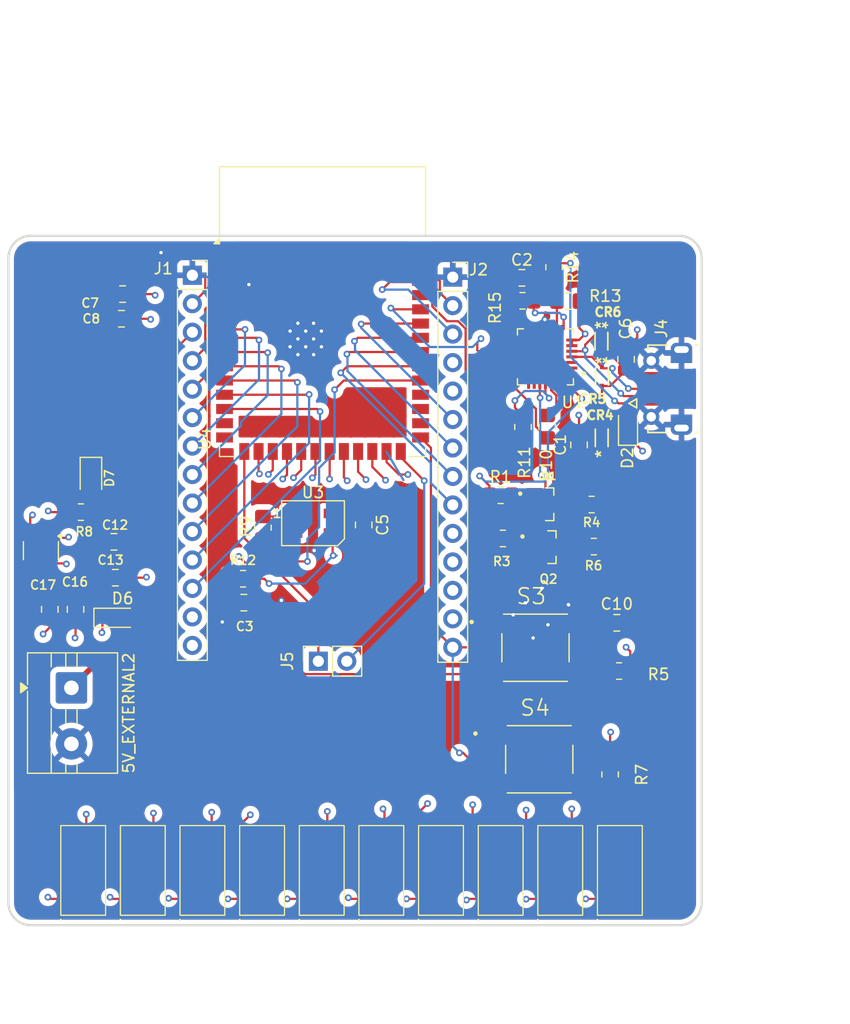
<source format=kicad_pcb>
(kicad_pcb (version 20241229) (generator "pcbnew") (generator_version "9.0")
  (title_block (title "WS2812B_DRIVER") (date "2025-07-24") (rev "1"))
  (layers (0 "F.Cu" signal) (4 "In1.Cu" signal) (6 "In2.Cu" signal) (2 "B.Cu" signal) (13 "F.Paste" user) (15 "B.Paste" user) (5 "F.SilkS" user "F.Silkscreen") (7 "B.SilkS" user "B.Silkscreen") (1 "F.Mask" user) (3 "B.Mask" user) (25 "Edge.Cuts" user))
  (net 0 "")
  (net 1 "Net-(5V_EXTERNAL2-Pin_1)")
  (net 2 "GND")
  (net 3 "3V3")
  (net 4 "Net-(U1-VBUS)")
  (net 5 "/CHIP_PU")
  (net 6 "Net-(C6-Pad2)")
  (net 7 "+5V")
  (net 8 "/VBUS")
  (net 9 "/USB_DP")
  (net 10 "/USB_DN")
  (net 11 "Net-(D7-A)")
  (net 12 "/GPIO4")
  (net 14 "/GPIO6")
  (net 15 "/GPIO5")
  (net 16 "/GPIO15")
  (net 17 "/GPIO8")
  (net 19 "/GPIO17")
  (net 20 "/GPIO16")
  (net 21 "/GPIO7")
  (net 22 "/GPIO18")
  (net 25 "/GPIO40")
  (net 26 "/GPIO39")
  (net 27 "/GPIO2")
  (net 28 "/GPIO1")
  (net 29 "/GPIO0")
  (net 30 "/GPIO41")
  (net 32 "/GPIO38")
  (net 34 "/GPIO42")
  (net 37 "/GPIO3")
  (net 38 "/GPIO45")
  (net 39 "Net-(Q1-Pad1)")
  (net 40 "/RTS")
  (net 41 "Net-(Q1-Pad3)")
  (net 42 "Net-(Q2-Pad3)")
  (net 43 "Net-(Q2-Pad1)")
  (net 44 "/DTR")
  (net 45 "Net-(U3-DIN)")
  (net 46 "/U0RXD")
  (net 47 "Net-(U1-TXD)")
  (net 48 "Net-(U1-RXD)")
  (net 49 "/U0TXD")
  (net 50 "Net-(U1-~{RST})")
  (net 51 "/RXT")
  (net 66 "/TXT")
  (net 67 "/GPIO46")
  (net 69 "/GPIO14")
  (net 70 "/GPIO9")
  (net 73 "/GPIO11")
  (net 75 "/GPIO48")
  (net 76 "/GPIO12")
  (net 77 "/GPIO47")
  (net 78 "/GPIO10")
  (net 79 "/GPIO13")
  (net 80 "/GPIO21")
  (footprint "Resistor_SMD:R_0805_2012Metric_Pad1.20x1.40mm_HandSolder" (layer "F.Cu") (at 137.65 70.925 -90)
    (property "Reference" "R10")
    (property "Value" "100 ohm")
  )
  (footprint "MyFootprints:MOLEX_1050170001" (layer "F.Cu") (at 151.1 67.55 90)
    (property "Reference" "J4")
    (property "Value" "1050170001")
  )
  (footprint "MyFootprints:Three_pad_solder" (layer "F.Cu") (at 96.225 110.51 90)
    (property "Reference" "U2" (hide yes))
    (property "Value" "WS2812B")
  )
  (footprint "RF_Module:ESP32-S3-WROOM-1" (layer "F.Cu") (at 117.6 60.64)
    (property "Reference" "U4")
    (property "Value" "ESP32-S3-WROOM-1")
  )
  (footprint "MyFootprints:Three_pad_solder" (layer "F.Cu") (at 117.525 110.51 90)
    (property "Reference" "U8" (hide yes))
    (property "Value" "WS2812B")
  )
  (footprint "Capacitor_SMD:C_0805_2012Metric" (layer "F.Cu") (at 143.875 88.425)
    (property "Reference" "C10")
    (property "Value" "1uF")
  )
  (footprint "MyFootprints:CR_5.0CT1G_UMW" (layer "F.Cu") (at 142.5 63.2993 -90)
    (property "Reference" "CR6" (hide yes))
    (property "Value" "LESD5D5.0CT1G")
  )
  (footprint "Capacitor_SMD:C_0805_2012Metric" (layer "F.Cu") (at 110.575 86.625)
    (property "Reference" "C3")
    (property "Value" "1uF")
  )
  (footprint "Capacitor_SMD:C_0805_2012Metric" (layer "F.Cu") (at 99.75 59.1 180)
    (property "Reference" "C7")
    (property "Value" "0.1uF/50V(10%)")
  )
  (footprint "Connector_PinSocket_2.54mm:PinSocket_1x14_P2.54mm_Vertical" (layer "F.Cu") (at 105.975 57.42)
    (property "Reference" "J1")
    (property "Value" "Conn_01x14")
  )
  (footprint "MyFootprints:Three_pad_solder" (layer "F.Cu") (at 122.85 110.51 90)
    (property "Reference" "U10" (hide yes))
    (property "Value" "WS2812B")
  )
  (footprint "MyFootprints:Three_pad_solder" (layer "F.Cu") (at 128.175 110.51 90)
    (property "Reference" "U11" (hide yes))
    (property "Value" "WS2812B")
  )
  (footprint "Package_TO_SOT_SMD:SOT-23-5" (layer "F.Cu") (at 92.45 81.9875 -90)
    (property "Reference" "U9" (hide yes))
    (property "Value" "AP2112K-3.3")
  )
  (footprint "Capacitor_SMD:C_0805_2012Metric" (layer "F.Cu") (at 99.65 61.3)
    (property "Reference" "C8")
    (property "Value" "10uF/25V(20%)")
  )
  (footprint "Capacitor_SMD:C_0805_2012Metric" (layer "F.Cu") (at 99.1 84.4)
    (property "Reference" "C13")
    (property "Value" "1uF")
  )
  (footprint "Resistor_SMD:R_0805_2012Metric_Pad1.20x1.40mm_HandSolder" (layer "F.Cu") (at 96.02 78.55)
    (property "Reference" "R8")
    (property "Value" "220")
  )
  (footprint "MyFootprints:SW_PTS645SK43SMTR92LFS" (layer "F.Cu") (at 136.95 100.6)
    (property "Reference" "S4")
    (property "Value" "PTS645SK43SMTR92LFS")
  )
  (footprint "TerminalBlock:TerminalBlock_MaiXu_MX126-5.0-02P_1x02_P5.00mm" (layer "F.Cu") (at 95.175 94.225 -90)
    (property "Reference" "5V_EXTERNAL2")
    (property "Value" "Screw_Terminal_01x02")
  )
  (footprint "MyFootprints:CR_5.0CT1G_UMW" (layer "F.Cu") (at 142.525 71.9243 90)
    (property "Reference" "CR4" (hide yes))
    (property "Value" "LESD5D5.0CT1G")
  )
  (footprint "Capacitor_SMD:C_0805_2012Metric" (layer "F.Cu") (at 93.245 87.225 -90)
    (property "Reference" "C17")
    (property "Value" "1uF")
  )
  (footprint "MyFootprints:QFN50P500X500X80-29N" (layer "F.Cu") (at 137.5 64.7 180)
    (property "Reference" "U1")
    (property "Value" "CP2102N-A02-GQFN28")
  )
  (footprint "Capacitor_SMD:C_0805_2012Metric" (layer "F.Cu") (at 98.975 81.2)
    (property "Reference" "C12")
    (property "Value" "1uF")
  )
  (footprint "Capacitor_SMD:C_0805_2012Metric" (layer "F.Cu") (at 95.545 87.225 -90)
    (property "Reference" "C16")
    (property "Value" "1uF")
  )
  (footprint "Capacitor_SMD:C_0805_2012Metric" (layer "F.Cu") (at 135.4 57.65)
    (property "Reference" "C2")
    (property "Value" "1uF")
  )
  (footprint "LED_SMD:LED_SK6812MINI_PLCC4_3.5x3.5mm_P1.75mm" (layer "F.Cu") (at 116.75 79.54)
    (property "Reference" "U3")
    (property "Value" "NEOPIXEL")
  )
  (footprint "Capacitor_SMD:C_0805_2012Metric" (layer "F.Cu") (at 144.7 64.925 -90)
    (property "Reference" "C6")
    (property "Value" "10uF")
  )
  (footprint "MyFootprints:Three_pad_solder" (layer "F.Cu") (at 112.2 110.51 90)
    (property "Reference" "U7" (hide yes))
    (property "Value" "WS2812B")
  )
  (footprint "MyFootprints:CR_5.0CT1G_UMW" (layer "F.Cu") (at 142.55 66.4493 -90)
    (property "Reference" "CR5" (hide yes))
    (property "Value" "LESD5D5.0CT1G")
  )
  (footprint "Connector_PinSocket_2.54mm:PinSocket_1x14_P2.54mm_Vertical" (layer "F.Cu") (at 129.225 57.59)
    (property "Reference" "J2")
    (property "Value" "Conn_01x14")
  )
  (footprint "Resistor_SMD:R_0805_2012Metric_Pad1.20x1.40mm_HandSolder" (layer "F.Cu") (at 135.5 70.95 -90)
    (property "Reference" "R11")
    (property "Value" "100 ohm")
  )
  (footprint "Resistor_SMD:R_0805_2012Metric_Pad1.20x1.40mm_HandSolder" (layer "F.Cu") (at 133.7 80.9)
    (property "Reference" "R3")
    (property "Value" "10K(1%)")
  )
  (footprint "Connector_PinSocket_2.54mm:PinSocket_1x02_P2.54mm_Vertical" (layer "F.Cu") (at 117.225 91.85 90)
    (property "Reference" "J5")
    (property "Value" "Conn_01x02")
  )
  (footprint "LED_SMD:LED_0805_2012Metric_Pad1.15x1.40mm_HandSolder" (layer "F.Cu") (at 96.92 75.525 -90)
    (property "Reference" "D7")
    (property "Value" "LED")
  )
  (footprint "MyFootprints:Three_pad_solder" (layer "F.Cu") (at 106.875 110.51 90)
    (property "Reference" "U6" (hide yes))
    (property "Value" "WS2812B")
  )
  (footprint "Capacitor_SMD:C_0805_2012Metric" (layer "F.Cu") (at 140.5 72.55 90)
    (property "Reference" "C1")
    (property "Value" "10uF")
  )
  (footprint "Diode_SMD:D_SOD-323_HandSoldering" (layer "F.Cu") (at 99.195 87.975)
    (property "Reference" "D6")
    (property "Value" "1N5819")
  )
  (footprint "MyFootprints:SW_PTS645SK43SMTR92LFS" (layer "F.Cu") (at 136.6125 90.65)
    (property "Reference" "S3")
    (property "Value" "PTS645SK43SMTR92LFS")
  )
  (footprint "Capacitor_SMD:C_0805_2012Metric" (layer "F.Cu") (at 121.275 79.69 -90)
    (property "Reference" "C5")
    (property "Value" "100uF")
  )
  (footprint "Resistor_SMD:R_0805_2012Metric_Pad1.20x1.40mm_HandSolder" (layer "F.Cu") (at 141.825 81.625)
    (property "Reference" "R6")
    (property "Value" "10K ohm")
  )
  (footprint "MyFootprints:Three_pad_solder" (layer "F.Cu") (at 144.15 110.51 90)
    (property "Reference" "U14" (hide yes))
    (property "Value" "WS2812B")
  )
  (footprint "MyFootprints:Three_pad_solder" (layer "F.Cu") (at 133.5 110.51 90)
    (property "Reference" "U12" (hide yes))
    (property "Value" "WS2812B")
  )
  (footprint "MyFootprints:Three_pad_solder" (layer "F.Cu") (at 101.55 110.51 90)
    (property "Reference" "U5" (hide yes))
    (property "Value" "WS2812B")
  )
  (footprint "Resistor_SMD:R_0805_2012Metric_Pad1.20x1.40mm_HandSolder" (layer "F.Cu") (at 139.525 59.725 180)
    (property "Reference" "R13")
    (property "Value" "1K(1%)")
  )
  (footprint "MyFootprints:TRANS_MMBT4401" (layer "F.Cu") (at 137.8 81.675)
    (property "Reference" "Q2")
    (property "Value" "MMBT4401")
  )
  (footprint "MyFootprints:Three_pad_solder" (layer "F.Cu") (at 138.825 110.51 90)
    (property "Reference" "U13" (hide yes))
    (property "Value" "WS2812B")
  )
  (footprint "Diode_SMD:D_SOD-323" (layer "F.Cu") (at 144.875 70.975 90)
    (property "Reference" "D2")
    (property "Value" "1N5819WS")
  )
  (footprint "Resistor_SMD:R_0805_2012Metric_Pad1.20x1.40mm_HandSolder" (layer "F.Cu") (at 143.275 101.95 90)
    (property "Reference" "R7")
    (property "Value" "10K")
  )
  (footprint "Resistor_SMD:R_0805_2012Metric_Pad1.20x1.40mm_HandSolder" (layer "F.Cu") (at 138.275 56.7 -90)
    (property "Reference" "R14")
    (property "Value" "1k")
  )
  (footprint "Resistor_SMD:R_0805_2012Metric_Pad1.20x1.40mm_HandSolder" (layer "F.Cu") (at 133.5 77.05)
    (property "Reference" "R1")
    (property "Value" "10K(1%)")
  )
  (footprint "Resistor_SMD:R_0805_2012Metric_Pad1.20x1.40mm_HandSolder" (layer "F.Cu") (at 112.275 79.94 -90)
    (property "Reference" "R9")
    (property "Value" "220 ohms")
  )
  (footprint "Resistor_SMD:R_0805_2012Metric_Pad1.20x1.40mm_HandSolder" (layer "F.Cu") (at 141.625 77.875)
    (property "Reference" "R4")
    (property "Value" "10K ohm")
  )
  (footprint "MyFootprints:TRANS_MMBT4401" (layer "F.Cu") (at 137.6 77.85)
    (property "Reference" "Q1")
    (property "Value" "MMBT4401")
  )
  (footprint "Resistor_SMD:R_0805_2012Metric_Pad1.20x1.40mm_HandSolder" (layer "F.Cu") (at 110.5 84.495)
    (property "Reference" "R12")
    (property "Value" "10k(1%)")
  )
  (footprint "Resistor_SMD:R_0805_2012Metric_Pad1.20x1.40mm_HandSolder" (layer "F.Cu") (at 144.075 92.725)
    (property "Reference" "R5")
    (property "Value" "10K")
  )
  (footprint "Resistor_SMD:R_0805_2012Metric_Pad1.20x1.40mm_HandSolder" (layer "F.Cu") (at 135.45 59.7)
    (property "Reference" "R15")
    (property "Value" "47.5K(1%)")
  )
  (gr_line (start 97.05 78.525) (end 96.95 76.625) (stroke (width 0.2)) (layer "F.Cu") (net 11))
  (gr_line (start 123.3 73.15) (end 124.825 75.7) (stroke (width 0.2)) (layer "B.Cu"))
  (gr_line (start 89.55 113.4) (end 89.55 55.9) (stroke (width 0.2)) (layer "Edge.Cuts"))
  (gr_line (start 149.45 115.4) (end 91.55 115.4) (stroke (width 0.2)) (layer "Edge.Cuts"))
  (gr_arc (start 91.55 115.4) (mid 90.135786 114.814214) (end 89.55 113.4) (stroke (width 0.2)) (layer "Edge.Cuts"))
  (gr_line (start 91.55 53.9) (end 149.45 53.9) (stroke (width 0.2)) (layer "Edge.Cuts"))
  (gr_arc (start 89.55 55.9) (mid 90.135786 54.485786) (end 91.55 53.9) (stroke (width 0.2)) (layer "Edge.Cuts"))
  (gr_arc (start 151.45 113.4) (mid 150.864214 114.814214) (end 149.45 115.4) (stroke (width 0.2)) (layer "Edge.Cuts"))
  (gr_arc (start 149.45 53.9) (mid 150.864214 54.485786) (end 151.45 55.9) (stroke (width 0.2)) (layer "Edge.Cuts"))
  (gr_line (start 151.45 55.9) (end 151.45 113.4) (stroke (width 0.2)) (layer "Edge.Cuts"))
  (gr_text "CR5" (at 140.425 68.925 0) (layer "F.SilkS") (effects (font (size 0.8 0.8) (thickness 0.2) (bold yes)) (justify left bottom)))
  (gr_text "CR6" (at 141.775 61.175 0) (layer "F.SilkS") (effects (font (size 0.8 0.8) (thickness 0.2) (bold yes)) (justify left bottom)))
  (gr_text "CR4" (at 141.075 70.375 0) (layer "F.SilkS") (effects (font (size 0.8 0.8) (thickness 0.2) (bold yes)) (justify left bottom)))
  (segment (start 100.445 88.955) (end 95.175 94.225) (width 0.5) (layer "F.Cu") (net 1))
  (segment (start 100.445 87.975) (end 100.445 88.955) (width 0.5) (layer "F.Cu") (net 1))
  (segment (start 103.195 55.38) (end 103.175 55.4) (width 0.2) (layer "F.Cu") (net 2))
  (segment (start 137.5 61.425) (end 137.45 61.375) (width 0.2) (layer "F.Cu") (net 2))
  (segment (start 137.5 62.34) (end 137.5 61.425) (width 0.2) (layer "F.Cu") (net 2))
  (segment (start 137.5 62.34) (end 137.5 64.7) (width 0.2) (layer "F.Cu") (net 2))
  (segment (start 108.85 55.38) (end 103.195 55.38) (width 0.2) (layer "F.Cu") (net 2))
  (segment (start 137.5 64.7) (end 138 65.2) (width 0.2) (layer "F.Cu") (net 2))
  (segment (start 138 65.2) (end 139.86 65.2) (width 0.2) (layer "F.Cu") (net 2))
  (via (at 139.55 86.8) (size 0.6) (drill 0.3) (layers "F.Cu" "B.Cu") (net 2))
  (via (at 137.45 61.375) (size 0.6) (drill 0.3) (layers "F.Cu" "B.Cu") (net 2))
  (via (at 113.925 86.425) (size 0.6) (drill 0.3) (layers "F.Cu" "B.Cu") (net 2))
  (via (at 137.175 85.35) (size 0.6) (drill 0.3) (layers "F.Cu" "B.Cu") (net 2))
  (via (at 135.7 86.65) (size 0.6) (drill 0.3) (layers "F.Cu" "B.Cu") (net 2))
  (via (at 116.85 81.975) (size 0.6) (drill 0.3) (layers "F.Cu" "B.Cu") (net 2))
  (via (at 139.570694 86.820682) (size 0.6) (drill 0.3) (layers "F.Cu" "B.Cu") (net 2))
  (via (at 136.4 89.775) (size 0.6) (drill 0.3) (layers "F.Cu" "B.Cu") (net 2))
  (via (at 103.175 55.4) (size 0.6) (drill 0.3) (layers "F.Cu" "B.Cu") (net 2))
  (via (at 137.725 88.6) (size 0.6) (drill 0.3) (layers "F.Cu" "B.Cu") (net 2))
  (via (at 134.620551 87.716828) (size 0.6) (drill 0.3) (layers "F.Cu" "B.Cu") (net 2))
  (segment (start 138.625 86.8) (end 137.175 85.35) (width 0.2) (layer "B.Cu") (net 2))
  (segment (start 136.4 89.775) (end 136.4 89.496277) (width 0.2) (layer "B.Cu") (net 2))
  (segment (start 137.725 88.6) (end 135.775 86.65) (width 0.2) (layer "B.Cu") (net 2))
  (segment (start 136.4 89.496277) (end 134.620551 87.716828) (width 0.2) (layer "B.Cu") (net 2))
  (segment (start 139.55 86.8) (end 138.625 86.8) (width 0.2) (layer "B.Cu") (net 2))
  (segment (start 135.775 86.65) (end 135.7 86.65) (width 0.2) (layer "B.Cu") (net 2))
  (segment (start 145.075 90.975) (end 144.7 90.6) (width 0.2) (layer "F.Cu") (net 3))
  (segment (start 118.585 80.415) (end 118.81 80.64) (width 0.2) (layer "F.Cu") (net 3))
  (segment (start 93.2 78.55) (end 93.1 78.45) (width 0.2) (layer "F.Cu") (net 3))
  (segment (start 111.5 83.875) (end 111.5 84.495) (width 0.2) (layer "F.Cu") (net 3))
  (segment (start 118.5 82.375) (end 118.55 82.425) (width 0.2) (layer "F.Cu") (net 3))
  (segment (start 95.545 88.175) (end 95.545 89.73) (width 0.2) (layer "F.Cu") (net 3))
  (segment (start 140.5 63.2) (end 141.05 62.65) (width 0.2) (layer "F.Cu") (net 3))
  (segment (start 140.5 69.925) (end 140.475 69.9) (width 0.2) (layer "F.Cu") (net 3))
  (segment (start 102.2 61.3) (end 102.25 61.35) (width 0.2) (layer "F.Cu") (net 3))
  (segment (start 93.245 88.83) (end 92.65 89.425) (width 0.2) (layer "F.Cu") (net 3))
  (segment (start 139.86 63.2) (end 140.5 63.2) (width 0.2) (layer "F.Cu") (net 3))
  (segment (start 140.525 62.125) (end 140.525 59.725) (width 0.2) (layer "F.Cu") (net 3))
  (segment (start 95.545 89.73) (end 95.5 89.775) (width 0.2) (layer "F.Cu") (net 3))
  (segment (start 143.275 100.95) (end 143.275 98.225) (width 0.2) (layer "F.Cu") (net 3))
  (segment (start 143.275 98.225) (end 143.325 98.175) (width 0.2) (layer "F.Cu") (net 3))
  (segment (start 93.4 83.125) (end 94.675 83.125) (width 0.2) (layer "F.Cu") (net 3))
  (segment (start 118.5 80.415) (end 118.5 82.375) (width 0.2) (layer "F.Cu") (net 3))
  (segment (start 100.6 61.3) (end 102.2 61.3) (width 0.2) (layer "F.Cu") (net 3))
  (segment (start 93.245 88.175) (end 93.245 88.83) (width 0.2) (layer "F.Cu") (net 3))
  (segment (start 100.7 59.1) (end 102.55 59.1) (width 0.2) (layer "F.Cu") (net 3))
  (segment (start 107.9 56.65) (end 107.126 57.424) (width 0.2) (layer "F.Cu") (net 3))
  (segment (start 112.395 84.495) (end 112.825 84.925) (width 0.2) (layer "F.Cu") (net 3))
  (segment (start 107.126 57.424) (end 107.126 58.809) (width 0.2) (layer "F.Cu") (net 3))
  (segment (start 95.02 78.55) (end 93.2 78.55) (width 0.2) (layer "F.Cu") (net 3))
  (segment (start 140.5 71.6) (end 140.5 69.925) (width 0.2) (layer "F.Cu") (net 3))
  (segment (start 141.05 62.65) (end 140.525 62.125) (width 0.2) (layer "F.Cu") (net 3))
  (segment (start 118.5 80.415) (end 118.585 80.415) (width 0.2) (layer "F.Cu") (net 3))
  (segment (start 110.125 82.5) (end 111.5 83.875) (width 0.2) (layer "F.Cu") (net 3))
  (segment (start 118.81 80.64) (end 121.275 80.64) (width 0.2) (layer "F.Cu") (net 3))
  (segment (start 107.126 58.809) (end 105.975 59.96) (width 0.2) (layer "F.Cu") (net 3))
  (segment (start 139.86 63.7) (end 139.86 63.2) (width 0.2) (layer "F.Cu") (net 3))
  (segment (start 145.075 92.725) (end 145.075 90.975) (width 0.2) (layer "F.Cu") (net 3))
  (segment (start 111.5 84.495) (end 112.395 84.495) (width 0.2) (layer "F.Cu") (net 3))
  (segment (start 108.85 56.65) (end 107.9 56.65) (width 0.2) (layer "F.Cu") (net 3))
  (segment (start 94.675 83.125) (end 94.725 83.175) (width 0.2) (layer "F.Cu") (net 3))
  (segment (start 102.55 59.1) (end 102.65 59.2) (width 0.2) (layer "F.Cu") (net 3))
  (via (at 143.325 98.175) (size 0.6) (drill 0.3) (layers "F.Cu" "B.Cu") (net 3))
  (via (at 140.475 69.9) (size 0.6) (drill 0.3) (layers "F.Cu" "B.Cu") (net 3))
  (via (at 141.05 62.65) (size 0.6) (drill 0.3) (layers "F.Cu" "B.Cu") (net 3))
  (via (at 110.125 82.5) (size 0.6) (drill 0.3) (layers "F.Cu" "B.Cu") (net 3))
  (via (at 94.725 83.175) (size 0.6) (drill 0.3) (layers "F.Cu" "B.Cu") (net 3))
  (via (at 112.825 84.925) (size 0.6) (drill 0.3) (layers "F.Cu" "B.Cu") (net 3))
  (via (at 93.1 78.45) (size 0.6) (drill 0.3) (layers "F.Cu" "B.Cu") (net 3))
  (via (at 92.65 89.425) (size 0.6) (drill 0.3) (layers "F.Cu" "B.Cu") (net 3))
  (via (at 144.7 90.6) (size 0.6) (drill 0.3) (layers "F.Cu" "B.Cu") (net 3))
  (via (at 102.65 59.2) (size 0.6) (drill 0.3) (layers "F.Cu" "B.Cu") (net 3))
  (via (at 102.25 61.35) (size 0.6) (drill 0.3) (layers "F.Cu" "B.Cu") (net 3))
  (via (at 95.5 89.775) (size 0.6) (drill 0.3) (layers "F.Cu" "B.Cu") (net 3))
  (via (at 118.55 82.425) (size 0.6) (drill 0.3) (layers "F.Cu" "B.Cu") (net 3))
  (segment (start 118.55 82.425) (end 116.05 84.925) (width 0.2) (layer "B.Cu") (net 3))
  (segment (start 118.55 82.425) (end 118.875 82.425) (width 0.2) (layer "B.Cu") (net 3))
  (segment (start 116.05 84.925) (end 112.825 84.925) (width 0.2) (layer "B.Cu") (net 3))
  (segment (start 136.35 59.6) (end 136.45 59.7) (width 0.2) (layer "F.Cu") (net 4))
  (segment (start 139.125 61.15) (end 139.125 62.215) (width 0.2) (layer "F.Cu") (net 4))
  (segment (start 139.125 62.215) (end 139 62.34) (width 0.2) (layer "F.Cu") (net 4))
  (segment (start 136.35 57.65) (end 138.225 57.65) (width 0.2) (layer "F.Cu") (net 4))
  (segment (start 136.45 59.7) (end 136.45 60.65) (width 0.2) (layer "F.Cu") (net 4))
  (segment (start 136.45 60.65) (end 136.575 60.775) (width 0.2) (layer "F.Cu") (net 4))
  (segment (start 138.225 57.65) (end 138.275 57.7) (width 0.2) (layer "F.Cu") (net 4))
  (segment (start 136.35 57.65) (end 136.35 59.6) (width 0.2) (layer "F.Cu") (net 4))
  (via (at 139.125 61.15) (size 0.6) (drill 0.3) (layers "F.Cu" "B.Cu") (net 4))
  (via (at 136.575 60.775) (size 0.6) (drill 0.3) (layers "F.Cu" "B.Cu") (net 4))
  (segment (start 138.75 60.775) (end 139.125 61.15) (width 0.2) (layer "B.Cu") (net 4))
  (segment (start 136.575 60.775) (end 138.75 60.775) (width 0.2) (layer "B.Cu") (net 4))
  (segment (start 109.625 84.62) (end 109.5 84.495) (width 0.2) (layer "F.Cu") (net 5))
  (segment (start 142.9 92.9) (end 143.075 92.725) (width 0.2) (layer "F.Cu") (net 5))
  (segment (start 116.001 93.001) (end 132.5365 93.001) (width 0.2) (layer "F.Cu") (net 5))
  (segment (start 143.75 79) (end 142.625 77.875) (width 0.2) (layer "F.Cu") (net 5))
  (segment (start 111.025 58.25) (end 110.695 57.92) (width 0.2) (layer "F.Cu") (net 5))
  (segment (start 109.625 86.625) (end 116.001 93.001) (width 0.2) (layer "F.Cu") (net 5))
  (segment (start 143.075 92.725) (end 143.75 92.05) (width 0.2) (layer "F.Cu") (net 5))
  (segment (start 132.6375 92.9) (end 142.9 92.9) (width 0.2) (layer "F.Cu") (net 5))
  (segment (start 109.625 86.625) (end 109.625 84.62) (width 0.2) (layer "F.Cu") (net 5))
  (segment (start 109.625 87.375) (end 108.65 88.35) (width 0.2) (layer "F.Cu") (net 5))
  (segment (start 142.925 92.575) (end 143.075 92.725) (width 0.2) (layer "F.Cu") (net 5))
  (segment (start 109.625 86.625) (end 109.625 87.375) (width 0.2) (layer "F.Cu") (net 5))
  (segment (start 132.5365 93.001) (end 132.6375 92.9) (width 0.2) (layer "F.Cu") (net 5))
  (segment (start 143.75 92.05) (end 143.75 79) (width 0.2) (layer "F.Cu") (net 5))
  (segment (start 142.925 88.425) (end 142.925 92.575) (width 0.2) (layer "F.Cu") (net 5))
  (segment (start 110.695 57.92) (end 108.85 57.92) (width 0.2) (layer "F.Cu") (net 5))
  (via (at 108.65 88.35) (size 0.6) (drill 0.3) (layers "F.Cu" "B.Cu") (net 5))
  (via (at 111.025 58.25) (size 0.6) (drill 0.3) (layers "F.Cu" "B.Cu") (net 5))
  (segment (start 142.55 67.2986) (end 142.55 71.05) (width 0.2) (layer "F.Cu") (net 6))
  (segment (start 142.55 71.05) (end 142.525 71.075) (width 0.2) (layer "F.Cu") (net 6))
  (segment (start 142.9736 64.1486) (end 142.5 64.1486) (width 0.2) (layer "F.Cu") (net 6))
  (segment (start 143.2764 67.2986) (end 144.7 65.875) (width 0.2) (layer "F.Cu") (net 6))
  (segment (start 142.55 67.2986) (end 143.2764 67.2986) (width 0.2) (layer "F.Cu") (net 6))
  (segment (start 144.7 65.875) (end 142.9736 64.1486) (width 0.2) (layer "F.Cu") (net 6))
  (segment (start 137.85 113.05) (end 135.8 113.05) (width 0.2) (layer "F.Cu") (net 7))
  (segment (start 101.825 84.4) (end 101.875 84.35) (width 0.2) (layer "F.Cu") (net 7))
  (segment (start 130.55 113.05) (end 130.45 113.15) (width 0.2) (layer "F.Cu") (net 7))
  (segment (start 144.7 63.975) (end 145.7 62.975) (width 0.2) (layer "F.Cu") (net 7))
  (segment (start 97.945 89.255) (end 97.9 89.3) (width 0.2) (layer "F.Cu") (net 7))
  (segment (start 127.2 113.05) (end 125.1 113.05) (width 0.2) (layer "F.Cu") (net 7))
  (segment (start 132.525 113.05) (end 130.55 113.05) (width 0.2) (layer "F.Cu") (net 7))
  (segment (start 91.5 80.85) (end 91.5 79) (width 0.2) (layer "F.Cu") (net 7))
  (segment (start 93.225 113.05) (end 93.075 112.9) (width 0.2) (layer "F.Cu") (net 7))
  (segment (start 145.7 62.975) (end 145.7 62.275) (width 0.2) (layer "F.Cu") (net 7))
  (segment (start 120 113.05) (end 119.9 112.95) (width 0.2) (layer "F.Cu") (net 7))
  (segment (start 100.05 84.4) (end 101.825 84.4) (width 0.2) (layer "F.Cu") (net 7))
  (segment (start 100.575 113.05) (end 98.775 113.05) (width 0.2) (layer "F.Cu") (net 7))
  (segment (start 143.175 113.05) (end 141.1 113.05) (width 0.2) (layer "F.Cu") (net 7))
  (segment (start 105.9 113.05) (end 103.9 113.05) (width 0.2) (layer "F.Cu") (net 7))
  (segment (start 99.925 68.55) (end 99.925 81.2) (width 0.2) (layer "F.Cu") (net 7))
  (segment (start 111.225 113.05) (end 109.15 113.05) (width 0.2) (layer "F.Cu") (net 7))
  (segment (start 91.5 79) (end 91.7 78.8) (width 0.2) (layer "F.Cu") (net 7))
  (segment (start 116.55 113.05) (end 114.45 113.05) (width 0.2) (layer "F.Cu") (net 7))
  (segment (start 98.775 113.05) (end 98.625 112.9) (width 0.2) (layer "F.Cu") (net 7))
  (segment (start 95.25 113.05) (end 93.225 113.05) (width 0.2) (layer "F.Cu") (net 7))
  (segment (start 94.85 80.85) (end 94.925 80.775) (width 0.2) (layer "F.Cu") (net 7))
  (segment (start 97.945 87.975) (end 97.945 89.255) (width 0.2) (layer "F.Cu") (net 7))
  (segment (start 145.1 72.025) (end 146.175 73.1) (width 0.2) (layer "F.Cu") (net 7))
  (segment (start 121.875 113.05) (end 120 113.05) (width 0.2) (layer "F.Cu") (net 7))
  (segment (start 103.9 113.05) (end 103.85 113) (width 0.2) (layer "F.Cu") (net 7))
  (segment (start 144.875 72.025) (end 145.1 72.025) (width 0.2) (layer "F.Cu") (net 7))
  (segment (start 135.8 113.05) (end 135.775 113.075) (width 0.2) (layer "F.Cu") (net 7))
  (segment (start 93.4 80.85) (end 94.85 80.85) (width 0.2) (layer "F.Cu") (net 7))
  (segment (start 105.975 62.5) (end 99.925 68.55) (width 0.2) (layer "F.Cu") (net 7))
  (via (at 103.85 113) (size 0.6) (drill 0.3) (layers "F.Cu" "B.Cu") (net 7))
  (via (at 93.075 112.9) (size 0.6) (drill 0.3) (layers "F.Cu" "B.Cu") (net 7))
  (via (at 145.7 62.275) (size 0.6) (drill 0.3) (layers "F.Cu" "B.Cu") (net 7))
  (via (at 135.775 113.075) (size 0.6) (drill 0.3) (layers "F.Cu" "B.Cu") (net 7))
  (via (at 119.9 112.95) (size 0.6) (drill 0.3) (layers "F.Cu" "B.Cu") (net 7))
  (via (at 130.45 113.15) (size 0.6) (drill 0.3) (layers "F.Cu" "B.Cu") (net 7))
  (via (at 101.875 84.35) (size 0.6) (drill 0.3) (layers "F.Cu" "B.Cu") (net 7))
  (via (at 114.45 113.05) (size 0.6) (drill 0.3) (layers "F.Cu" "B.Cu") (net 7))
  (via (at 146.175 73.1) (size 0.6) (drill 0.3) (layers "F.Cu" "B.Cu") (net 7))
  (via (at 141.1 113.05) (size 0.6) (drill 0.3) (layers "F.Cu" "B.Cu") (net 7))
  (via (at 98.625 112.9) (size 0.6) (drill 0.3) (layers "F.Cu" "B.Cu") (net 7))
  (via (at 97.9 89.3) (size 0.6) (drill 0.3) (layers "F.Cu" "B.Cu") (net 7))
  (via (at 91.7 78.8) (size 0.6) (drill 0.3) (layers "F.Cu" "B.Cu") (net 7))
  (via (at 109.15 113.05) (size 0.6) (drill 0.3) (layers "F.Cu" "B.Cu") (net 7))
  (via (at 125.1 113.05) (size 0.6) (drill 0.3) (layers "F.Cu" "B.Cu") (net 7))
  (via (at 94.925 80.775) (size 0.6) (drill 0.3) (layers "F.Cu" "B.Cu") (net 7))
  (segment (start 144.875 69.925) (end 144.875 70.925) (width 0.2) (layer "F.Cu") (net 8))
  (segment (start 145.95 68.85) (end 144.875 69.925) (width 0.2) (layer "F.Cu") (net 8))
  (segment (start 139.725 56.35) (end 138.925 56.35) (width 0.2) (layer "F.Cu") (net 8))
  (segment (start 143.0264 72.7736) (end 142.525 72.7736) (width 0.2) (layer "F.Cu") (net 8))
  (segment (start 145.95 68.85) (end 144.025 68.85) (width 0.2) (layer "F.Cu") (net 8))
  (segment (start 143.95 68.775) (end 143.825 68.775) (width 0.2) (layer "F.Cu") (net 8))
  (segment (start 144.875 70.925) (end 143.0264 72.7736) (width 0.2) (layer "F.Cu") (net 8))
  (segment (start 146.975 68.85) (end 145.95 68.85) (width 0.2) (layer "F.Cu") (net 8))
  (segment (start 144.025 68.85) (end 143.95 68.775) (width 0.2) (layer "F.Cu") (net 8))
  (segment (start 138.925 56.35) (end 138.275 55.7) (width 0.2) (layer "F.Cu") (net 8))
  (segment (start 143.825 68.775) (end 143.675 68.625) (width 0.2) (layer "F.Cu") (net 8))
  (via (at 139.725 56.35) (size 0.6) (drill 0.3) (layers "F.Cu" "B.Cu") (net 8))
  (via (at 143.675 68.625) (size 0.6) (drill 0.3) (layers "F.Cu" "B.Cu") (net 8))
  (segment (start 139.725 64.675) (end 139.725 56.35) (width 0.2) (layer "B.Cu") (net 8))
  (segment (start 139.725 56.35) (end 139.725 56.3) (width 0.2) (layer "B.Cu") (net 8))
  (segment (start 143.675 68.625) (end 139.725 64.675) (width 0.2) (layer "B.Cu") (net 8))
  (segment (start 141.65 64.7) (end 139.86 64.7) (width 0.2) (layer "F.Cu") (net 9))
  (segment (start 146.975 67.55) (end 144.925 67.55) (width 0.2) (layer "F.Cu") (net 9))
  (segment (start 142.55 65.6) (end 141.65 64.7) (width 0.2) (layer "F.Cu") (net 9))
  (segment (start 142.675 65.725) (end 142.55 65.6) (width 0.2) (layer "F.Cu") (net 9))
  (segment (start 144.925 67.55) (end 144.9 67.525) (width 0.2) (layer "F.Cu") (net 9))
  (segment (start 143.475 65.725) (end 142.675 65.725) (width 0.2) (layer "F.Cu") (net 9))
  (via (at 143.475 65.725) (size 0.6) (drill 0.3) (layers "F.Cu" "B.Cu") (net 9))
  (via (at 144.9 67.525) (size 0.6) (drill 0.3) (layers "F.Cu" "B.Cu") (net 9))
  (segment (start 143.475 66.1) (end 143.475 65.725) (width 0.2) (layer "B.Cu") (net 9))
  (segment (start 144.9 67.525) (end 143.475 66.1) (width 0.2) (layer "B.Cu") (net 9))
  (segment (start 144.470567 68.2) (end 144.225069 67.954502) (width 0.2) (layer "F.Cu") (net 10))
  (segment (start 141.05 64.1) (end 140.95 64.2) (width 0.2) (layer "F.Cu") (net 10))
  (segment (start 141.05 64.1) (end 141.05 63.615864) (width 0.2) (layer "F.Cu") (net 10))
  (segment (start 146.975 68.2) (end 144.470567 68.2) (width 0.2) (layer "F.Cu") (net 10))
  (segment (start 142.215864 62.45) (end 142.5 62.45) (width 0.2) (layer "F.Cu") (net 10))
  (segment (start 141.05 63.615864) (end 142.215864 62.45) (width 0.2) (layer "F.Cu") (net 10))
  (segment (start 140.95 64.2) (end 139.86 64.2) (width 0.2) (layer "F.Cu") (net 10))
  (via (at 144.225069 67.954502) (size 0.6) (drill 0.3) (layers "F.Cu" "B.Cu") (net 10))
  (via (at 141.05 64.1) (size 0.6) (drill 0.3) (layers "F.Cu" "B.Cu") (net 10))
  (segment (start 144.225069 67.954502) (end 141.05 64.779433) (width 0.2) (layer "B.Cu") (net 10))
  (segment (start 141.05 64.779433) (end 141.05 64.1) (width 0.2) (layer "B.Cu") (net 10))
  (segment (start 108.85 59.19) (end 108.37276 59.19) (width 0.2) (layer "F.Cu") (net 12))
  (segment (start 108.37276 59.19) (end 107.126 60.43676) (width 0.2) (layer "F.Cu") (net 12))
  (segment (start 107.126 63.889) (end 105.975 65.04) (width 0.2) (layer "F.Cu") (net 12))
  (segment (start 107.126 60.43676) (end 107.126 63.889) (width 0.2) (layer "F.Cu") (net 12))
  (segment (start 108.85 61.73) (end 109.37 62.25) (width 0.2) (layer "F.Cu") (net 14))
  (segment (start 109.37 62.25) (end 110.675 62.25) (width 0.2) (layer "F.Cu") (net 14))
  (via (at 110.675 62.25) (size 0.6) (drill 0.3) (layers "F.Cu" "B.Cu") (net 14))
  (segment (start 110.675 62.25) (end 110.675 65.42) (width 0.2) (layer "B.Cu") (net 14))
  (segment (start 110.675 65.42) (end 105.975 70.12) (width 0.2) (layer "B.Cu") (net 14))
  (segment (start 107.527 61.251) (end 107.527 66.028) (width 0.2) (layer "F.Cu") (net 15))
  (segment (start 108.85 60.46) (end 108.318 60.46) (width 0.2) (layer "F.Cu") (net 15))
  (segment (start 107.527 66.028) (end 105.975 67.58) (width 0.2) (layer "F.Cu") (net 15))
  (segment (start 108.318 60.46) (end 107.527 61.251) (width 0.2) (layer "F.Cu") (net 15))
  (segment (start 108.85 64.27) (end 112.645 64.27) (width 0.2) (layer "F.Cu") (net 16))
  (segment (start 112.645 64.27) (end 112.7 64.325) (width 0.2) (layer "F.Cu") (net 16))
  (via (at 112.7 64.325) (size 0.6) (drill 0.3) (layers "F.Cu" "B.Cu") (net 16))
  (segment (start 112.7 68.125) (end 110.325 70.5) (width 0.2) (layer "B.Cu") (net 16))
  (segment (start 112.7 64.325) (end 112.7 68.125) (width 0.2) (layer "B.Cu") (net 16))
  (segment (start 110.325 70.85) (end 105.975 75.2) (width 0.2) (layer "B.Cu") (net 16))
  (segment (start 110.325 70.5) (end 110.325 70.85) (width 0.2) (layer "B.Cu") (net 16))
  (segment (start 117.15 69.35) (end 117.375 69.575) (width 0.2) (layer "F.Cu") (net 17))
  (segment (start 108.85 69.35) (end 117.15 69.35) (width 0.2) (layer "F.Cu") (net 17))
  (via (at 117.375 69.575) (size 0.6) (drill 0.3) (layers "F.Cu" "B.Cu") (net 17))
  (segment (start 117.375 69.575) (end 117.375 73.96) (width 0.2) (layer "B.Cu") (net 17))
  (segment (start 117.375 73.96) (end 105.975 85.36) (width 0.2) (layer "B.Cu") (net 17))
  (segment (start 108.85 66.81) (end 115.185 66.81) (width 0.2) (layer "F.Cu") (net 19))
  (segment (start 115.185 66.81) (end 115.35 66.975) (width 0.2) (layer "F.Cu") (net 19))
  (via (at 115.35 66.975) (size 0.6) (drill 0.3) (layers "F.Cu" "B.Cu") (net 19))
  (segment (start 115.35 70.905) (end 105.975 80.28) (width 0.2) (layer "B.Cu") (net 19))
  (segment (start 115.35 66.975) (end 115.35 70.905) (width 0.2) (layer "B.Cu") (net 19))
  (segment (start 108.85 65.54) (end 113.69 65.54) (width 0.2) (layer "F.Cu") (net 20))
  (segment (start 113.69 65.54) (end 113.925 65.775) (width 0.2) (layer "F.Cu") (net 20))
  (via (at 113.925 65.775) (size 0.6) (drill 0.3) (layers "F.Cu" "B.Cu") (net 20))
  (segment (start 113.925 65.775) (end 113.925 69.79) (width 0.2) (layer "B.Cu") (net 20))
  (segment (start 113.925 69.79) (end 105.975 77.74) (width 0.2) (layer "B.Cu") (net 20))
  (segment (start 108.85 63) (end 111.725 63) (width 0.2) (layer "F.Cu") (net 21))
  (segment (start 111.725 63) (end 111.925 63.2) (width 0.2) (layer "F.Cu") (net 21))
  (via (at 111.925 63.2) (size 0.6) (drill 0.3) (layers "F.Cu" "B.Cu") (net 21))
  (segment (start 111.925 63.2) (end 111.925 66.71) (width 0.2) (layer "B.Cu") (net 21))
  (segment (start 111.925 66.71) (end 105.975 72.66) (width 0.2) (layer "B.Cu") (net 21))
  (segment (start 108.85 68.08) (end 116.37 68.08) (width 0.2) (layer "F.Cu") (net 22))
  (segment (start 116.37 68.08) (end 116.4 68.05) (width 0.2) (layer "F.Cu") (net 22))
  (via (at 116.4 68.05) (size 0.6) (drill 0.3) (layers "F.Cu" "B.Cu") (net 22))
  (segment (start 116.4 68.05) (end 116.4 72.395) (width 0.2) (layer "B.Cu") (net 22))
  (segment (start 116.4 72.395) (end 105.975 82.82) (width 0.2) (layer "B.Cu") (net 22))
  (segment (start 126.35 64.27) (end 119.955 64.27) (width 0.2) (layer "F.Cu") (net 25))
  (segment (start 119.955 64.27) (end 119.775 64.45) (width 0.2) (layer "F.Cu") (net 25))
  (via (at 119.775 64.45) (size 0.6) (drill 0.3) (layers "F.Cu" "B.Cu") (net 25))
  (segment (start 119.826 65.971) (end 129.225 75.37) (width 0.2) (layer "B.Cu") (net 25))
  (segment (start 119.775 64.45) (end 119.826 64.501) (width 0.2) (layer "B.Cu") (net 25))
  (segment (start 119.826 64.501) (end 119.826 65.971) (width 0.2) (layer "B.Cu") (net 25))
  (segment (start 119.81 65.54) (end 119.225 66.125) (width 0.2) (layer "F.Cu") (net 26))
  (segment (start 126.35 65.54) (end 119.81 65.54) (width 0.2) (layer "F.Cu") (net 26))
  (via (at 119.225 66.125) (size 0.6) (drill 0.3) (layers "F.Cu" "B.Cu") (net 26))
  (segment (start 127.276 74.176) (end 127.276 75.961) (width 0.2) (layer "B.Cu") (net 26))
  (segment (start 127.276 75.961) (end 129.225 77.91) (width 0.2) (layer "B.Cu") (net 26))
  (segment (start 119.225 66.125) (end 127.276 74.176) (width 0.2) (layer "B.Cu") (net 26))
  (segment (start 126.245 58.025) (end 126.225 58.025) (width 0.2) (layer "F.Cu") (net 27))
  (segment (start 126.35 57.92) (end 126.245 58.025) (width 0.2) (layer "F.Cu") (net 27))
  (segment (start 123.6 58.025) (end 122.925 58.7) (width 0.2) (layer "F.Cu") (net 27))
  (segment (start 126.225 58.025) (end 123.6 58.025) (width 0.2) (layer "F.Cu") (net 27))
  (via (at 122.925 58.7) (size 0.6) (drill 0.3) (layers "F.Cu" "B.Cu") (net 27))
  (segment (start 122.925 58.7) (end 125.255 58.7) (width 0.2) (layer "B.Cu") (net 27))
  (segment (start 125.255 58.7) (end 129.225 62.67) (width 0.2) (layer "B.Cu") (net 27))
  (segment (start 126.35 56.65) (end 126.775 56.65) (width 0.2) (layer "F.Cu") (net 28))
  (segment (start 128.074 58.979) (end 129.225 60.13) (width 0.2) (layer "F.Cu") (net 28))
  (segment (start 126.775 56.65) (end 128.074 57.949) (width 0.2) (layer "F.Cu") (net 28))
  (segment (start 128.074 57.949) (end 128.074 58.979) (width 0.2) (layer "F.Cu") (net 28))
  (segment (start 133.075 102.95) (end 132.975 102.85) (width 0.2) (layer "F.Cu") (net 29))
  (segment (start 130.149265 100.024265) (end 129.825735 100.024265) (width 0.2) (layer "F.Cu") (net 29))
  (segment (start 129.225 90.61) (end 133.84 90.61) (width 0.2) (layer "F.Cu") (net 29))
  (segment (start 143.275 102.95) (end 133.075 102.95) (width 0.2) (layer "F.Cu") (net 29))
  (segment (start 126.35 71.89) (end 127.276 72.816) (width 0.2) (layer "F.Cu") (net 29))
  (segment (start 127.276 88.661) (end 129.225 90.61) (width 0.2) (layer "F.Cu") (net 29))
  (segment (start 127.276 72.816) (end 127.276 88.661) (width 0.2) (layer "F.Cu") (net 29))
  (segment (start 133.84 90.61) (end 142.825 81.625) (width 0.2) (layer "F.Cu") (net 29))
  (segment (start 132.975 102.85) (end 130.149265 100.024265) (width 0.2) (layer "F.Cu") (net 29))
  (via (at 129.825735 100.024265) (size 0.6) (drill 0.3) (layers "F.Cu" "B.Cu") (net 29))
  (segment (start 129.825735 100.024265) (end 129.225 99.42353) (width 0.2) (layer "B.Cu") (net 29))
  (segment (start 129.225 99.42353) (end 129.225 90.61) (width 0.2) (layer "B.Cu") (net 29))
  (segment (start 120.75 63) (end 120.45 63.3) (width 0.2) (layer "F.Cu") (net 30))
  (segment (start 126.35 63) (end 120.75 63) (width 0.2) (layer "F.Cu") (net 30))
  (via (at 120.45 63.3) (size 0.6) (drill 0.3) (layers "F.Cu" "B.Cu") (net 30))
  (segment (start 120.5 64.105) (end 129.225 72.83) (width 0.2) (layer "B.Cu") (net 30))
  (segment (start 120.45 63.3) (end 120.5 63.35) (width 0.2) (layer "B.Cu") (net 30))
  (segment (start 120.5 63.35) (end 120.5 64.105) (width 0.2) (layer "B.Cu") (net 30))
  (segment (start 119.49 66.81) (end 118.675 67.625) (width 0.2) (layer "F.Cu") (net 32))
  (segment (start 112.275 80.94) (end 114.285 82.95) (width 0.2) (layer "F.Cu") (net 32))
  (segment (start 114.285 82.95) (end 116.25 82.95) (width 0.2) (layer "F.Cu") (net 32))
  (segment (start 126.35 66.81) (end 119.49 66.81) (width 0.2) (layer "F.Cu") (net 32))
  (via (at 116.25 82.95) (size 0.6) (drill 0.3) (layers "F.Cu" "B.Cu") (net 32))
  (via (at 118.675 67.625) (size 0.6) (drill 0.3) (layers "F.Cu" "B.Cu") (net 32))
  (segment (start 118.675 73.2271) (end 117.292765 74.609335) (width 0.2) (layer "B.Cu") (net 32))
  (segment (start 118.675 67.625) (end 118.675 73.2271) (width 0.2) (layer "B.Cu") (net 32))
  (segment (start 116.25 80.925) (end 116.25 82.95) (width 0.2) (layer "B.Cu") (net 32))
  (segment (start 117.292765 79.882235) (end 116.25 80.925) (width 0.2) (layer "B.Cu") (net 32))
  (segment (start 117.292765 74.609335) (end 117.292765 79.882235) (width 0.2) (layer "B.Cu") (net 32))
  (segment (start 121.095 61.73) (end 121.05 61.775) (width 0.2) (layer "F.Cu") (net 34))
  (segment (start 126.35 61.73) (end 121.095 61.73) (width 0.2) (layer "F.Cu") (net 34))
  (via (at 121.05 61.775) (size 0.6) (drill 0.3) (layers "F.Cu" "B.Cu") (net 34))
  (segment (start 121.05 62.115) (end 129.225 70.29) (width 0.2) (layer "B.Cu") (net 34))
  (segment (start 121.05 61.775) (end 121.05 62.115) (width 0.2) (layer "B.Cu") (net 34))
  (segment (start 117.225 87.47616) (end 117.225 91.85) (width 0.2) (layer "F.Cu") (net 37))
  (segment (start 110.615 73.14) (end 110.615 80.86616) (width 0.2) (layer "F.Cu") (net 37))
  (segment (start 110.615 80.86616) (end 117.225 87.47616) (width 0.2) (layer "F.Cu") (net 37))
  (segment (start 124.585 73.66) (end 126.675 75.75) (width 0.2) (layer "F.Cu") (net 38))
  (segment (start 124.585 73.14) (end 124.585 73.66) (width 0.2) (layer "F.Cu") (net 38))
  (via (at 126.675 75.75) (size 0.6) (drill 0.3) (layers "F.Cu" "B.Cu") (net 38))
  (segment (start 126.675 84.94) (end 119.765 91.85) (width 0.2) (layer "B.Cu") (net 38))
  (segment (start 126.675 75.75) (end 126.675 84.94) (width 0.2) (layer "B.Cu") (net 38))
  (segment (start 136.5 76.9) (end 134.65 76.9) (width 0.2) (layer "F.Cu") (net 39))
  (segment (start 134.65 76.9) (end 134.5 77.05) (width 0.2) (layer "F.Cu") (net 39))
  (segment (start 136.5 78.8) (end 134.8 78.8) (width 0.2) (layer "F.Cu") (net 40))
  (segment (start 137 67.06) (end 137 68.325) (width 0.2) (layer "F.Cu") (net 40))
  (segment (start 137.501 75.601) (end 137.501 77.799) (width 0.2) (layer "F.Cu") (net 40))
  (segment (start 137.501 77.799) (end 136.5 78.8) (width 0.2) (layer "F.Cu") (net 40))
  (segment (start 134.8 78.8) (end 132.7 80.9) (width 0.2) (layer "F.Cu") (net 40))
  (segment (start 137 68.325) (end 137.025 68.35) (width 0.2) (layer "F.Cu") (net 40))
  (segment (start 137.125 75.225) (end 137.501 75.601) (width 0.2) (layer "F.Cu") (net 40))
  (via (at 137.125 75.225) (size 0.6) (drill 0.3) (layers "F.Cu" "B.Cu") (net 40))
  (via (at 137.025 68.35) (size 0.6) (drill 0.3) (layers "F.Cu" "B.Cu") (net 40))
  (segment (start 137.025 68.35) (end 137.025 75.125) (width 0.2) (layer "B.Cu") (net 40))
  (segment (start 137.025 75.125) (end 137.125 75.225) (width 0.2) (layer "B.Cu") (net 40))
  (segment (start 140.6 77.85) (end 140.625 77.875) (width 0.2) (layer "F.Cu") (net 41))
  (segment (start 138.7 77.85) (end 140.6 77.85) (width 0.2) (layer "F.Cu") (net 41))
  (segment (start 138.9 81.675) (end 140.775 81.675) (width 0.2) (layer "F.Cu") (net 42))
  (segment (start 140.775 81.675) (end 140.825 81.625) (width 0.2) (layer "F.Cu") (net 42))
  (segment (start 136.525 80.9) (end 136.7 80.725) (width 0.2) (layer "F.Cu") (net 43))
  (segment (start 134.7 80.9) (end 136.525 80.9) (width 0.2) (layer "F.Cu") (net 43))
  (segment (start 132.125 82.625) (end 131.4 81.9) (width 0.2) (layer "F.Cu") (net 44))
  (segment (start 131.625 75.325) (end 132.5 76.2) (width 0.2) (layer "F.Cu") (net 44))
  (segment (start 139 67.06) (end 139.385 67.06) (width 0.2) (layer "F.Cu") (net 44))
  (segment (start 131.4 78.15) (end 132.5 77.05) (width 0.2) (layer "F.Cu") (net 44))
  (segment (start 131.4 81.9) (end 131.4 78.15) (width 0.2) (layer "F.Cu") (net 44))
  (segment (start 132.5 76.2) (end 132.5 77.05) (width 0.2) (layer "F.Cu") (net 44))
  (segment (start 136.7 82.625) (end 132.125 82.625) (width 0.2) (layer "F.Cu") (net 44))
  (segment (start 139.385 67.06) (end 140.75 68.425) (width 0.2) (layer "F.Cu") (net 44))
  (via (at 131.625 75.325) (size 0.6) (drill 0.3) (layers "F.Cu" "B.Cu") (net 44))
  (via (at 140.75 68.425) (size 0.6) (drill 0.3) (layers "F.Cu" "B.Cu") (net 44))
  (segment (start 137.373943 75.826) (end 132.126 75.826) (width 0.2) (layer "B.Cu") (net 44))
  (segment (start 140.75 68.425) (end 137.726 71.449) (width 0.2) (layer "B.Cu") (net 44))
  (segment (start 137.726 71.449) (end 137.726 75.473943) (width 0.2) (layer "B.Cu") (net 44))
  (segment (start 137.726 75.473943) (end 137.373943 75.826) (width 0.2) (layer "B.Cu") (net 44))
  (segment (start 132.126 75.826) (end 131.625 75.325) (width 0.2) (layer "B.Cu") (net 44))
  (segment (start 112.275 78.94) (end 113.525 78.94) (width 0.2) (layer "F.Cu") (net 45))
  (segment (start 113.525 78.94) (end 115 80.415) (width 0.2) (layer "F.Cu") (net 45))
  (segment (start 131.41708 63.40792) (end 131.41708 64.10792) (width 0.2) (layer "F.Cu") (net 46))
  (segment (start 131.75 63.075) (end 131.41708 63.40792) (width 0.2) (layer "F.Cu") (net 46))
  (segment (start 123.81 60.46) (end 123.7 60.35) (width 0.2) (layer "F.Cu") (net 46))
  (segment (start 136.649 69.33984) (end 131.41708 64.10792) (width 0.2) (layer "F.Cu") (net 46))
  (segment (start 126.35 60.46) (end 123.81 60.46) (width 0.2) (layer "F.Cu") (net 46))
  (segment (start 137.65 71.925) (end 136.649 70.924) (width 0.2) (layer "F.Cu") (net 46))
  (segment (start 136.649 70.924) (end 136.649 69.33984) (width 0.2) (layer "F.Cu") (net 46))
  (via (at 123.7 60.35) (size 0.6) (drill 0.3) (layers "F.Cu" "B.Cu") (net 46))
  (via (at 131.75 63.075) (size 0.6) (drill 0.3) (layers "F.Cu" "B.Cu") (net 46))
  (segment (start 127.171 63.821) (end 131.004 63.821) (width 0.2) (layer "B.Cu") (net 46))
  (segment (start 123.7 60.35) (end 127.171 63.821) (width 0.2) (layer "B.Cu") (net 46))
  (segment (start 131.004 63.821) (end 131.75 63.075) (width 0.2) (layer "B.Cu") (net 46))
  (segment (start 138.475 69.1) (end 137.65 69.925) (width 0.2) (layer "F.Cu") (net 47))
  (segment (start 138.475 68.138878) (end 138.475 69.1) (width 0.2) (layer "F.Cu") (net 47))
  (segment (start 138 67.06) (end 138 67.663878) (width 0.2) (layer "F.Cu") (net 47))
  (segment (start 138 67.663878) (end 138.475 68.138878) (width 0.2) (layer "F.Cu") (net 47))
  (segment (start 134.775 69.225) (end 135.5 69.95) (width 0.2) (layer "F.Cu") (net 48))
  (segment (start 137.824309 68.299366) (end 137.824309 68.383305) (width 0.2) (layer "F.Cu") (net 48))
  (segment (start 137.5 67.975057) (end 137.824309 68.299366) (width 0.2) (layer "F.Cu") (net 48))
  (segment (start 137.5 67.06) (end 137.5 67.975057) (width 0.2) (layer "F.Cu") (net 48))
  (segment (start 134.775 68.6) (end 134.775 69.225) (width 0.2) (layer "F.Cu") (net 48))
  (via (at 134.775 68.6) (size 0.6) (drill 0.3) (layers "F.Cu" "B.Cu") (net 48))
  (via (at 137.824309 68.383305) (size 0.6) (drill 0.3) (layers "F.Cu" "B.Cu") (net 48))
  (segment (start 137.273943 67.749) (end 135.626 67.749) (width 0.2) (layer "B.Cu") (net 48))
  (segment (start 135.626 67.749) (end 134.775 68.6) (width 0.2) (layer "B.Cu") (net 48))
  (segment (start 137.824309 68.299366) (end 137.273943 67.749) (width 0.2) (layer "B.Cu") (net 48))
  (segment (start 137.824309 68.383305) (end 137.824309 68.299366) (width 0.2) (layer "B.Cu") (net 48))
  (segment (start 126.35 59.19) (end 126.882 59.19) (width 0.2) (layer "F.Cu") (net 49))
  (segment (start 129.70176 61.519) (end 130.376 62.19324) (width 0.2) (layer "F.Cu") (net 49))
  (segment (start 128.72 61.519) (end 129.70176 61.519) (width 0.2) (layer "F.Cu") (net 49))
  (segment (start 126.882 59.19) (end 127.401 59.709) (width 0.2) (layer "F.Cu") (net 49))
  (segment (start 127.401 60.2) (end 128.72 61.519) (width 0.2) (layer "F.Cu") (net 49))
  (segment (start 127.401 59.709) (end 127.401 60.2) (width 0.2) (layer "F.Cu") (net 49))
  (segment (start 130.376 62.19324) (end 130.376 66.826) (width 0.2) (layer "F.Cu") (net 49))
  (segment (start 130.376 66.826) (end 135.5 71.95) (width 0.2) (layer "F.Cu") (net 49))
  (segment (start 138.525 62.315) (end 138.5 62.34) (width 0.2) (layer "F.Cu") (net 50))
  (segment (start 138.525 59.725) (end 138.525 62.315) (width 0.2) (layer "F.Cu") (net 50))
  (segment (start 96.5035 105.5035) (end 96.5035 109.2565) (width 0.2) (layer "F.Cu") (net 67))
  (segment (start 96.5 105.5) (end 96.5035 105.5035) (width 0.2) (layer "F.Cu") (net 67))
  (segment (start 111.885 73.14) (end 111.885 75.06) (width 0.2) (layer "F.Cu") (net 67))
  (segment (start 96.5035 109.2565) (end 95.25 110.51) (width 0.2) (layer "F.Cu") (net 67))
  (segment (start 111.885 75.06) (end 111.964265 75.139265) (width 0.2) (layer "F.Cu") (net 67))
  (via (at 111.964265 75.139265) (size 0.6) (drill 0.3) (layers "F.Cu" "B.Cu") (net 67))
  (via (at 96.5 105.5) (size 0.6) (drill 0.3) (layers "F.Cu" "B.Cu") (net 67))
  (segment (start 111.964265 75.139265) (end 111.82355 74.99855) (width 0.2) (layer "B.Cu") (net 67))
  (segment (start 126.975 104.55) (end 125.9465 105.5785) (width 0.2) (layer "F.Cu") (net 69))
  (segment (start 119.505 73.14) (end 119.505 75.455) (width 0.2) (layer "F.Cu") (net 69))
  (segment (start 125.9465 109.2565) (end 127.2 110.51) (width 0.2) (layer "F.Cu") (net 69))
  (segment (start 119.505 75.455) (end 119.8 75.75) (width 0.2) (layer "F.Cu") (net 69))
  (segment (start 125.9465 105.5785) (end 125.9465 109.2565) (width 0.2) (layer "F.Cu") (net 69))
  (via (at 126.975 104.55) (size 0.6) (drill 0.3) (layers "F.Cu" "B.Cu") (net 69))
  (via (at 119.8 75.75) (size 0.6) (drill 0.3) (layers "F.Cu" "B.Cu") (net 69))
  (segment (start 113.155 74.791471) (end 112.763045 75.183426) (width 0.2) (layer "F.Cu") (net 70))
  (segment (start 102.5 105.4) (end 102.5 108.585) (width 0.2) (layer "F.Cu") (net 70))
  (segment (start 113.155 73.14) (end 113.155 74.791471) (width 0.2) (layer "F.Cu") (net 70))
  (segment (start 102.5 108.585) (end 100.575 110.51) (width 0.2) (layer "F.Cu") (net 70))
  (via (at 102.5 105.4) (size 0.6) (drill 0.3) (layers "F.Cu" "B.Cu") (net 70))
  (via (at 112.763045 75.183426) (size 0.6) (drill 0.3) (layers "F.Cu" "B.Cu") (net 70))
  (segment (start 109.9715 106.7285) (end 109.9715 109.2565) (width 0.2) (layer "F.Cu") (net 73))
  (segment (start 115.695 74.79147) (end 115.005735 75.480735) (width 0.2) (layer "F.Cu") (net 73))
  (segment (start 111.15 105.55) (end 109.9715 106.7285) (width 0.2) (layer "F.Cu") (net 73))
  (segment (start 115.695 73.14) (end 115.695 74.79147) (width 0.2) (layer "F.Cu") (net 73))
  (segment (start 109.9715 109.2565) (end 111.225 110.51) (width 0.2) (layer "F.Cu") (net 73))
  (via (at 115.005735 75.480735) (size 0.6) (drill 0.3) (layers "F.Cu" "B.Cu") (net 73))
  (via (at 111.15 105.55) (size 0.6) (drill 0.3) (layers "F.Cu" "B.Cu") (net 73))
  (segment (start 123.315 73.14) (end 123.315 74.09) (width 0.2) (layer "F.Cu") (net 75))
  (segment (start 123.315 74.09) (end 124.42153 75.19653) (width 0.2) (layer "F.Cu") (net 75))
  (segment (start 124.42153 75.19653) (end 125.223015 75.19653) (width 0.2) (layer "F.Cu") (net 75))
  (segment (start 139.85 105.025) (end 139.85 107.185) (width 0.2) (layer "F.Cu") (net 75))
  (segment (start 139.85 107.185) (end 143.175 110.51) (width 0.2) (layer "F.Cu") (net 75))
  (via (at 139.85 105.025) (size 0.6) (drill 0.3) (layers "F.Cu" "B.Cu") (net 75))
  (via (at 125.223015 75.19653) (size 0.6) (drill 0.3) (layers "F.Cu" "B.Cu") (net 75))
  (segment (start 116.965 73.14) (end 116.965 75.21853) (width 0.2) (layer "F.Cu") (net 76))
  (segment (start 118.025 109.035) (end 116.55 110.51) (width 0.2) (layer "F.Cu") (net 76))
  (segment (start 116.965 75.21853) (end 116.691765 75.491765) (width 0.2) (layer "F.Cu") (net 76))
  (segment (start 118.025 105.25) (end 118.025 109.035) (width 0.2) (layer "F.Cu") (net 76))
  (via (at 116.691765 75.491765) (size 0.6) (drill 0.3) (layers "F.Cu" "B.Cu") (net 76))
  (via (at 118.025 105.25) (size 0.6) (drill 0.3) (layers "F.Cu" "B.Cu") (net 76))
  (segment (start 116.691765 75.491765) (end 116.55105 75.35105) (width 0.2) (layer "B.Cu") (net 76))
  (segment (start 122.045 73.14) (end 122.045 74.52) (width 0.2) (layer "F.Cu") (net 77))
  (segment (start 135.775 108.435) (end 137.85 110.51) (width 0.2) (layer "F.Cu") (net 77))
  (segment (start 135.775 105.125) (end 135.775 108.435) (width 0.2) (layer "F.Cu") (net 77))
  (segment (start 122.045 74.52) (end 123.225 75.7) (width 0.2) (layer "F.Cu") (net 77))
  (via (at 123.225 75.7) (size 0.6) (drill 0.3) (layers "F.Cu" "B.Cu") (net 77))
  (via (at 135.775 105.125) (size 0.6) (drill 0.3) (layers "F.Cu" "B.Cu") (net 77))
  (segment (start 114.425 73.14) (end 114.425 75.21853) (width 0.2) (layer "F.Cu") (net 78))
  (segment (start 114.425 75.21853) (end 114.046765 75.596765) (width 0.2) (layer "F.Cu") (net 78))
  (segment (start 107.7 108.71) (end 105.9 110.51) (width 0.2) (layer "F.Cu") (net 78))
  (segment (start 107.7 105.325) (end 107.7 108.71) (width 0.2) (layer "F.Cu") (net 78))
  (via (at 107.7 105.325) (size 0.6) (drill 0.3) (layers "F.Cu" "B.Cu") (net 78))
  (via (at 114.046765 75.596765) (size 0.6) (drill 0.3) (layers "F.Cu" "B.Cu") (net 78))
  (segment (start 114.046765 75.596765) (end 113.90605 75.45605) (width 0.2) (layer "B.Cu") (net 78))
  (segment (start 123.1285 109.2565) (end 121.875 110.51) (width 0.2) (layer "F.Cu") (net 79))
  (segment (start 123 105.025) (end 123.1285 105.1535) (width 0.2) (layer "F.Cu") (net 79))
  (segment (start 118.235 73.14) (end 118.235 75.59) (width 0.2) (layer "F.Cu") (net 79))
  (segment (start 123.1285 105.1535) (end 123.1285 109.2565) (width 0.2) (layer "F.Cu") (net 79))
  (segment (start 118.235 75.59) (end 118.225 75.6) (width 0.2) (layer "F.Cu") (net 79))
  (via (at 123 105.025) (size 0.6) (drill 0.3) (layers "F.Cu" "B.Cu") (net 79))
  (via (at 118.225 75.6) (size 0.6) (drill 0.3) (layers "F.Cu" "B.Cu") (net 79))
  (segment (start 120.775 74.95) (end 121.475 75.65) (width 0.2) (layer "F.Cu") (net 80))
  (segment (start 131 104.65) (end 131 108.985) (width 0.2) (layer "F.Cu") (net 80))
  (segment (start 120.775 73.14) (end 120.775 74.95) (width 0.2) (layer "F.Cu") (net 80))
  (segment (start 131 108.985) (end 132.525 110.51) (width 0.2) (layer "F.Cu") (net 80))
  (via (at 131 104.65) (size 0.6) (drill 0.3) (layers "F.Cu" "B.Cu") (net 80))
  (via (at 121.475 75.65) (size 0.6) (drill 0.3) (layers "F.Cu" "B.Cu") (net 80))
  (zone (net 2) (net_name "GND") (layer "F.Cu") (name "GND") (connect_pads (clearance 0.5)) (min_thickness 0.25) (fill yes (thermal_gap 0.5) (thermal_bridge_width 0.5))
    (polygon (pts (xy 89.55 54) (xy 151.6 54.2) (xy 151.6 115.45) (xy 90.2 115.2) (xy 89.45 53.95)))
  )
  (zone (net 2) (net_name "GND") (layer "B.Cu") (name "3V3") (priority 3) (connect_pads (clearance 0.5)) (min_thickness 0.25) (fill yes (thermal_gap 0.5) (thermal_bridge_width 0.5))
    (polygon (pts (xy 89.6 53.8) (xy 151.8 53.7) (xy 152.6 115.05) (xy 88.8 115.4)))
  )
)
</source>
